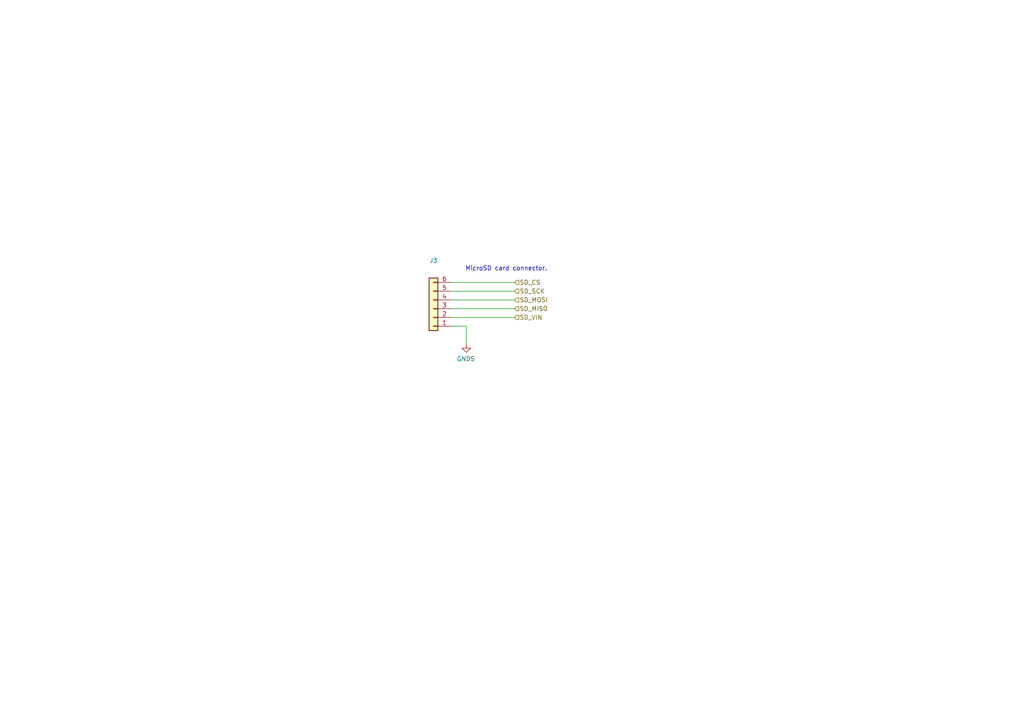
<source format=kicad_sch>
(kicad_sch (version 20211123) (generator eeschema)
  (paper "A4")
  (lib_symbols
    (symbol "Connector_Generic:Conn_01x06" (pin_names (offset 1.016) hide)
      (property "Reference" "J" (at 0 7.62 0))
      (property "Value" "Conn_01x06" (at 0 -10.16 0))
      (symbol "Conn_01x06_1_1"
        (rectangle (start -1.27 -7.493) (end 0 -7.747) (stroke (width 0.1524)))
        (rectangle (start -1.27 -4.953) (end 0 -5.207) (stroke (width 0.1524)))
        (rectangle (start -1.27 -2.413) (end 0 -2.667) (stroke (width 0.1524)))
        (rectangle (start -1.27 0.127) (end 0 -0.127) (stroke (width 0.1524)))
        (rectangle (start -1.27 2.667) (end 0 2.413) (stroke (width 0.1524)))
        (rectangle (start -1.27 5.207) (end 0 4.953) (stroke (width 0.1524)))
        (rectangle (start -1.27 6.35) (end 1.27 -8.89) (stroke (width 0.254)) (fill (type background)))
        (pin passive line (at -5.08 5.08 0) (length 3.81) (name "Pin_1") (number "1"))
        (pin passive line (at -5.08 2.54 0) (length 3.81) (name "Pin_2") (number "2"))
        (pin passive line (at -5.08 0 0) (length 3.81) (name "Pin_3") (number "3"))
        (pin passive line (at -5.08 -2.54 0) (length 3.81) (name "Pin_4") (number "4"))
        (pin passive line (at -5.08 -5.08 0) (length 3.81) (name "Pin_5") (number "5"))
        (pin passive line (at -5.08 -7.62 0) (length 3.81) (name "Pin_6") (number "6"))
      )
    )
    (symbol "power:GNDS" (power) (pin_names (offset 0))
      (property "Value" "GNDS" (at 0 -3.81 0))
      (symbol "GNDS_0_1"
        (polyline (pts (xy 0 0) (xy 0 -1.27) (xy 1.27 -1.27) (xy 0 -2.54) (xy -1.27 -1.27) (xy 0 -1.27)))
      )
      (symbol "GNDS_1_1"
        (pin power_in line (at 0 0 270) (length 0) hide (name "GNDS") (number "1"))
      )
    )
  )
  (wire (pts (xy 130.81 94.615) (xy 135.255 94.615)))
  (wire (pts (xy 149.225 81.915) (xy 130.81 81.915)))
  (wire (pts (xy 149.225 86.995) (xy 130.81 86.995)))
  (wire (pts (xy 149.225 89.535) (xy 130.81 89.535)))
  (wire (pts (xy 135.255 94.615) (xy 135.255 99.695)))
  (wire (pts (xy 149.225 84.455) (xy 130.81 84.455)))
  (wire (pts (xy 149.225 92.075) (xy 130.81 92.075)))
  (text "MicroSD card connector.\n" (at 158.75 78.74 180) (effects (font (size 1.27 1.27)) (justify right bottom)))
  (hierarchical_label "SD_VIN" (shape input) (at 149.225 92.075 0))
  (hierarchical_label "SD_MOSI" (shape input) (at 149.225 86.995 0))
  (hierarchical_label "SD_CS" (shape input) (at 149.225 81.915 0))
  (hierarchical_label "SD_SCK" (shape input) (at 149.225 84.455 0))
  (hierarchical_label "SD_MISO" (shape input) (at 149.225 89.535 0))
  (symbol (lib_id "power:GNDS") (at 135.255 99.695 0) (mirror y) (unit 1)
    (property "Reference" "#PWR0113" (effects hide))
    (property "Value" "GNDS" (at 135.128 104.0892 0))
  )
  (symbol (lib_id "Connector_Generic:Conn_01x06") (at 125.73 89.535 180) (unit 1)
    (property "Reference" "J3" (at 125.73 75.565 0))
  )
)
</source>
